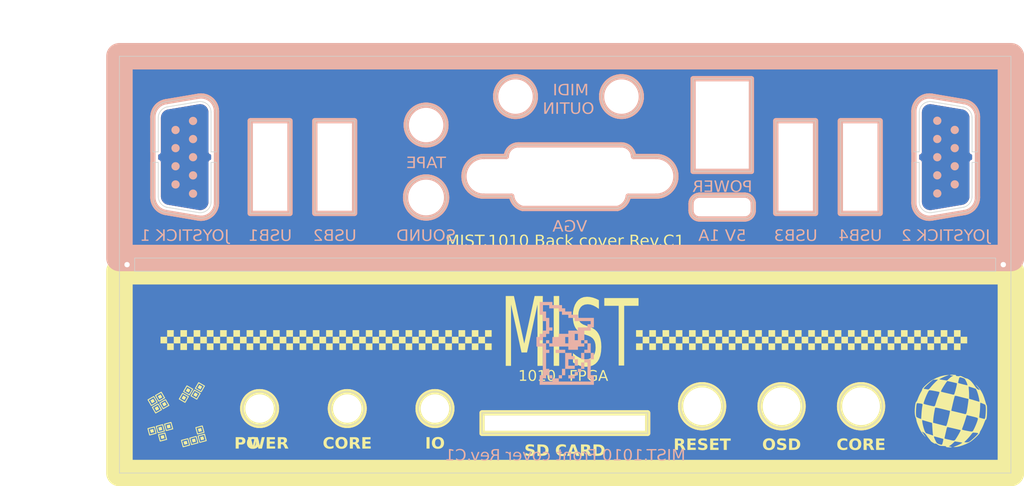
<source format=kicad_pcb>
(kicad_pcb (version 20240108) (generator "pcbnew") (generator_version "8.0")
  (title_block (title "MIST.1010 (covers)") (date "2025-05-18") (rev "C1") (company "Eugene Lozovoy") (comment 2 "Thickness: 1.6mm") (comment 3 "Layers: 2") (comment 4 "Dimensions: 134.6x63mm"))
  (layers (0 "F.Cu" signal) (31 "B.Cu" signal) (34 "B.Paste" user) (35 "F.Paste" user) (36 "B.SilkS" user "B.Silkscreen") (37 "F.SilkS" user "F.Silkscreen") (38 "B.Mask" user) (39 "F.Mask" user) (44 "Edge.Cuts" user))
  (net 0 "")
  (net 1 "com")
  (footprint "LOGO" (layer "F.Cu") (at 202.7 114.6)
    (property "Reference" "G***" (hide yes))
    (property "Value" "LOGO" (hide yes))
  )
  (footprint "mygraphic:black-mage-12.5x8.6" (layer "B.Cu") (at 144.5 104.4 180)
    (property "Reference" "G***" (hide yes))
    (property "Value" "LOGO" (hide yes))
  )
  (gr_line (start 84.215403 67.877685) (end 89.141803 67.039485) (stroke (width 0.8)) (layer "B.SilkS"))
  (gr_rect (start 96.95 70.75) (end 102.95 84.75) (stroke (width 0.8)) (fill none) (layer "B.SilkS"))
  (gr_circle (center 88.310009 81.769983) (end 87.810009 81.769983) (stroke (width 0.25)) (fill solid) (layer "B.SilkS"))
  (gr_arc (start 199.857877 85.460511) (mid 197.971072 84.932285) (end 197.14969 83.153412) (stroke (width 0.8)) (layer "B.SilkS"))
  (gr_arc (start 204.784277 67.877681) (mid 206.191688 68.669426) (end 206.74969 70.18478) (stroke (width 0.8)) (layer "B.SilkS"))
  (gr_rect (start 163.819 64.4) (end 172.619 78.4) (stroke (width 0.8)) (fill none) (layer "B.SilkS"))
  (gr_line (start 132.217828 76.15) (end 135.617828 76.15) (stroke (width 0.8)) (layer "B.SilkS"))
  (gr_arc (start 84.215422 84.622298) (mid 82.808018 83.830548) (end 82.250009 82.315199) (stroke (width 0.8)) (layer "B.SilkS"))
  (gr_line (start 172.899 84.3) (end 172.899 83.3) (stroke (width 0.8)) (layer "B.SilkS"))
  (gr_line (start 132.217828 82.15) (end 136.417828 82.15) (stroke (width 0.8)) (layer "B.SilkS"))
  (gr_circle (center 153 67.1) (end 156 67.1) (stroke (width 0.8)) (fill none) (layer "B.SilkS"))
  (gr_circle (center 88.310009 76.259983) (end 87.810009 76.259983) (stroke (width 0.25)) (fill solid) (layer "B.SilkS"))
  (gr_line (start 154.817828 76.15) (end 158.217828 76.15) (stroke (width 0.8)) (layer "B.SilkS"))
  (gr_circle (center 85.670009 77.629983) (end 85.170009 77.629983) (stroke (width 0.25)) (fill solid) (layer "B.SilkS"))
  (gr_arc (start 82.250009 70.184767) (mid 82.807922 68.669337) (end 84.215422 67.877668) (stroke (width 0.8)) (layer "B.SilkS"))
  (gr_line (start 163.499 84.3) (end 163.499 83.3) (stroke (width 0.8)) (layer "B.SilkS"))
  (gr_rect (start 106.7 70.75) (end 112.7 84.75) (stroke (width 0.8)) (fill none) (layer "B.SilkS"))
  (gr_circle (center 200.68 73.51) (end 201.18 73.51) (stroke (width 0.25)) (fill solid) (layer "B.SilkS"))
  (gr_arc (start 138.053367 84) (mid 136.953364 83.324516) (end 136.417828 82.15) (stroke (width 0.8)) (layer "B.SilkS"))
  (gr_line (start 204.784277 84.622311) (end 199.857877 85.460511) (stroke (width 0.8)) (layer "B.SilkS"))
  (gr_line (start 137.492828 74.4) (end 152.907172 74.4) (stroke (width 0.8)) (layer "B.SilkS"))
  (gr_circle (center 200.68 70.75) (end 201.18 70.75) (stroke (width 0.25)) (fill solid) (layer "B.SilkS"))
  (gr_arc (start 199.48649 67.00978) (mid 199.672777 67.017215) (end 199.857877 67.039481) (stroke (width 0.8)) (layer "B.SilkS"))
  (gr_line (start 171.599 85.6) (end 164.799 85.6) (stroke (width 0.8)) (layer "B.SilkS"))
  (gr_line (start 89.141803 85.460515) (end 84.215403 84.622315) (stroke (width 0.8)) (layer "B.SilkS"))
  (gr_circle (center 203.32 77.63) (end 203.82 77.63) (stroke (width 0.25)) (fill solid) (layer "B.SilkS"))
  (gr_circle (center 85.670009 80.379983) (end 85.170009 80.379983) (stroke (width 0.25)) (fill solid) (layer "B.SilkS"))
  (gr_circle (center 123.5 71.4) (end 126.5 71.4) (stroke (width 0.8)) (fill none) (layer "B.SilkS"))
  (gr_line (start 199.857877 67.039481) (end 204.784277 67.877681) (stroke (width 0.8)) (layer "B.SilkS"))
  (gr_arc (start 152.907172 74.4) (mid 154.216898 74.888067) (end 154.817828 76.15) (stroke (width 0.8)) (layer "B.SilkS"))
  (gr_arc (start 158.217828 76.15) (mid 161.217828 79.15) (end 158.217828 82.15) (stroke (width 0.8)) (layer "B.SilkS"))
  (gr_arc (start 89.141803 67.039485) (mid 91.028623 67.567694) (end 91.84999 69.346584) (stroke (width 0.8)) (layer "B.SilkS"))
  (gr_arc (start 89.51319 85.490216) (mid 89.326904 85.482777) (end 89.141803 85.460515) (stroke (width 0.8)) (layer "B.SilkS"))
  (gr_arc (start 163.499 83.3) (mid 163.879761 82.380761) (end 164.799 82) (stroke (width 0.8)) (layer "B.SilkS"))
  (gr_arc (start 206.74969 82.315212) (mid 206.191714 83.830587) (end 204.784277 84.622311) (stroke (width 0.8)) (layer "B.SilkS"))
  (gr_line (start 206.74969 70.18478) (end 206.74969 82.315212) (stroke (width 0.8)) (layer "B.SilkS"))
  (gr_line (start 164.799 82) (end 171.599 82) (stroke (width 0.8)) (layer "B.SilkS"))
  (gr_circle (center 203.32 72.14) (end 203.82 72.14) (stroke (width 0.25)) (fill solid) (layer "B.SilkS"))
  (gr_arc (start 164.799 85.6) (mid 163.879761 85.219239) (end 163.499 84.3) (stroke (width 0.8)) (layer "B.SilkS"))
  (gr_arc (start 135.617827 76.15) (mid 136.196074 74.890085) (end 137.492828 74.4) (stroke (width 0.8)) (layer "B.SilkS"))
  (gr_arc (start 154.017828 82.15) (mid 153.496284 83.315825) (end 152.417831 83.999999) (stroke (width 0.8)) (layer "B.SilkS"))
  (gr_circle (center 203.32 80.37) (end 203.82 80.37) (stroke (width 0.25)) (fill solid) (layer "B.SilkS"))
  (gr_arc (start 132.217828 82.15) (mid 129.217828 79.15) (end 132.217828 76.15) (stroke (width 0.8)) (layer "B.SilkS"))
  (gr_rect (start 186.05 70.75) (end 192.05 84.75) (stroke (width 0.8)) (fill none) (layer "B.SilkS"))
  (gr_circle (center 200.68 81.74) (end 201.18 81.74) (stroke (width 0.25)) (fill solid) (layer "B.SilkS"))
  (gr_circle (center 88.310009 73.519983) (end 87.810009 73.519983) (stroke (width 0.25)) (fill solid) (layer "B.SilkS"))
  (gr_line (start 91.84999 69.346584) (end 91.84999 83.153416) (stroke (width 0.8)) (layer "B.SilkS"))
  (gr_circle (center 123.5 82.35) (end 126.6 82.35) (stroke (width 0.8)) (fill none) (layer "B.SilkS"))
  (gr_arc (start 197.14969 69.34658) (mid 197.83413 67.69422) (end 199.48649 67.00978) (stroke (width 0.8)) (layer "B.SilkS"))
  (gr_circle (center 200.68 76.26) (end 201.18 76.26) (stroke (width 0.25)) (fill solid) (layer "B.SilkS"))
  (gr_circle (center 85.670009 72.149983) (end 85.170009 72.149983) (stroke (width 0.25)) (fill solid) (layer "B.SilkS"))
  (gr_circle (center 88.310009 79.009983) (end 87.810009 79.009983) (stroke (width 0.25)) (fill solid) (layer "B.SilkS"))
  (gr_line (start 197.14969 83.153412) (end 197.14969 69.34658) (stroke (width 0.8)) (layer "B.SilkS"))
  (gr_rect (start 77.2 61) (end 211.8 91.5) (stroke (width 4)) (fill none) (layer "B.SilkS"))
  (gr_line (start 154.017828 82.15) (end 158.217828 82.15) (stroke (width 0.8)) (layer "B.SilkS"))
  (gr_line (start 82.24999 82.315216) (end 82.24999 70.184784) (stroke (width 0.8)) (layer "B.SilkS"))
  (gr_arc (start 91.84999 83.153416) (mid 91.165537 84.805763) (end 89.51319 85.490216) (stroke (width 0.8)) (layer "B.SilkS"))
  (gr_circle (center 203.32 74.89) (end 203.82 74.89) (stroke (width 0.25)) (fill solid) (layer "B.SilkS"))
  (gr_arc (start 172.899 84.3) (mid 172.518239 85.219239) (end 171.599 85.6) (stroke (width 0.8)) (layer "B.SilkS"))
  (gr_circle (center 85.670009 74.889983) (end 85.170009 74.889983) (stroke (width 0.25)) (fill solid) (layer "B.SilkS"))
  (gr_circle (center 88.310009 70.779983) (end 87.810009 70.779983) (stroke (width 0.25)) (fill solid) (layer "B.SilkS"))
  (gr_line (start 138.053367 84) (end 152.417831 83.999999) (stroke (width 0.8)) (layer "B.SilkS"))
  (gr_arc (start 171.599 82) (mid 172.518239 82.380761) (end 172.899 83.3) (stroke (width 0.8)) (layer "B.SilkS"))
  (gr_rect (start 176.3 70.75) (end 182.3 84.75) (stroke (width 0.8)) (fill none) (layer "B.SilkS"))
  (gr_circle (center 200.68 79) (end 201.18 79) (stroke (width 0.25)) (fill solid) (layer "B.SilkS"))
  (gr_circle (center 137 67.1) (end 140 67.1) (stroke (width 0.8)) (fill none) (layer "B.SilkS"))
  (gr_poly (pts (xy 82.728114 117.989269) (xy 81.762191 118.248087) (xy 81.503372 117.282159) (xy 82.469296 117.023339)) (stroke (width 0.15)) (fill none) (layer "F.SilkS"))
  (gr_rect (start 160.2 103.4) (end 161.2 104.4) (fill solid) (layer "F.SilkS"))
  (gr_poly (pts (xy 82.170045 114.055778) (xy 83.036071 113.555777) (xy 83.536071 114.421803) (xy 82.670046 114.921803)) (stroke (width 0.15)) (fill none) (layer "F.SilkS"))
  (gr_poly (pts (xy 89.255035 110.684467) (xy 89.688048 110.934467) (xy 89.438049 111.367479) (xy 89.005036 111.117479)) (fill solid) (layer "F.SilkS"))
  (gr_rect (start 170.2 103.4) (end 171.2 104.4) (fill solid) (layer "F.SilkS"))
  (gr_poly (pts (xy 89.163529 110.34296) (xy 90.029554 110.84296) (xy 89.529554 111.708985) (xy 88.663529 111.208985)) (stroke (width 0.15)) (fill none) (layer "F.SilkS"))
  (gr_rect (start 77.2 93.5) (end 211.8 124) (stroke (width 4)) (fill none) (layer "F.SilkS"))
  (gr_poly (pts (xy 86.737696 111.944627) (xy 87.603721 112.444627) (xy 87.103721 113.310652) (xy 86.237696 112.810652)) (stroke (width 0.15)) (fill none) (layer "F.SilkS"))
  (gr_rect (start 87.4 103.4) (end 88.4 104.4) (fill solid) (layer "F.SilkS"))
  (gr_rect (start 192.2 103.4) (end 193.2 104.4) (fill solid) (layer "F.SilkS"))
  (gr_rect (start 117.4 103.4) (end 118.4 104.4) (fill solid) (layer "F.SilkS"))
  (gr_rect (start 90.4 104.4) (end 91.4 105.4) (fill solid) (layer "F.SilkS"))
  (gr_rect (start 201.2 102.4) (end 202.2 103.4) (fill solid) (layer "F.SilkS"))
  (gr_rect (start 158.2 103.4) (end 159.2 104.4) (fill solid) (layer "F.SilkS"))
  (gr_rect (start 90.4 102.4) (end 91.4 103.4) (fill solid) (layer "F.SilkS"))
  (gr_circle (center 98.36 114.25) (end 100.91 114.25) (stroke (width 0.8)) (fill none) (layer "F.SilkS"))
  (gr_rect (start 101.4 103.4) (end 102.4 104.4) (fill solid) (layer "F.SilkS"))
  (gr_rect (start 112.4 104.4) (end 113.4 105.4) (fill solid) (layer "F.SilkS"))
  (gr_rect (start 111.4 103.4) (end 112.4 104.4) (fill solid) (layer "F.SilkS"))
  (gr_rect (start 98.4 102.4) (end 99.4 103.4) (fill solid) (layer "F.SilkS"))
  (gr_rect (start 179.2 102.4) (end 180.2 103.4) (fill solid) (layer "F.SilkS"))
  (gr_rect (start 191.2 104.4) (end 192.2 105.4) (fill solid) (layer "F.SilkS"))
  (gr_rect (start 95.4 103.4) (end 96.4 104.4) (fill solid) (layer "F.SilkS"))
  (gr_circle (center 124.8375 114.25) (end 127.3875 114.25) (stroke (width 0.8)) (fill none) (layer "F.SilkS"))
  (gr_poly (pts (xy 86.829202 112.286133) (xy 87.262215 112.536132) (xy 87.012214 112.969145) (xy 86.579203 112.719146)) (fill solid) (layer "F.SilkS"))
  (gr_poly (pts (xy 89.044977 117.313966) (xy 89.52794 117.184556) (xy 89.657349 117.667519) (xy 89.174386 117.796929)) (fill solid) (layer "F.SilkS"))
  (gr_rect (start 165.2 102.4) (end 166.2 103.4) (fill solid) (layer "F.SilkS"))
  (gr_rect (start 84.4 104.4) (end 85.4 105.4) (fill solid) (layer "F.SilkS"))
  (gr_rect (start 157.2 102.4) (end 158.2 103.4) (fill solid) (layer "F.SilkS"))
  (gr_rect (start 120.4 102.4) (end 121.4 103.4) (fill solid) (layer "F.SilkS"))
  (gr_poly (pts (xy 89.075255 118.392893) (xy 90.041181 118.134074) (xy 90.3 119.1) (xy 89.334074 119.358819)) (stroke (width 0.15)) (fill none) (layer "F.SilkS"))
  (gr_rect (start 179.2 104.4) (end 180.2 105.4) (fill solid) (layer "F.SilkS"))
  (gr_rect (start 106.4 102.4) (end 107.4 103.4) (fill solid) (layer "F.SilkS"))
  (gr_rect (start 130.4 102.4) (end 131.4 103.4) (fill solid) (layer "F.SilkS"))
  (gr_rect (start 169.2 102.4) (end 170.2 103.4) (fill solid) (layer "F.SilkS"))
  (gr_rect (start 86.4 102.4) (end 87.4 103.4) (fill solid) (layer "F.SilkS"))
  (gr_rect (start 175.2 102.4) (end 176.2 103.4) (fill solid) (layer "F.SilkS"))
  (gr_rect (start 204.2 103.4) (end 205.2 104.4) (fill solid) (layer "F.SilkS"))
  (gr_rect (start 102.4 104.4) (end 103.4 105.4) (fill solid) (layer "F.SilkS"))
  (gr_rect (start 182.2 103.4) (end 183.2 104.4) (fill solid) (layer "F.SilkS"))
  (gr_rect (start 121.4 103.4) (end 122.4 104.4) (fill solid) (layer "F.SilkS"))
  (gr_rect (start 195.2 104.4) (end 196.2 105.4) (fill solid) (layer "F.SilkS"))
  (gr_rect (start 84.4 102.4) (end 85.4 103.4) (fill solid) (layer "F.SilkS"))
  (gr_rect (start 127.4 103.4) (end 128.4 104.4) (fill solid) (layer "F.SilkS"))
  (gr_poly (pts (xy 82.511552 114.147284) (xy 82.944565 113.897284) (xy 83.194565 114.330297) (xy 82.761552 114.580297)) (fill solid) (layer "F.SilkS"))
  (gr_poly (pts (xy 82.42193 117.812488) (xy 81.938968 117.941899) (xy 81.809556 117.458935) (xy 82.29252 117.329524)) (fill solid) (layer "F.SilkS"))
  (gr_poly (pts (xy 87.479203 111.160299) (xy 87.912215 111.4103) (xy 87.662215 111.843313) (xy 87.229202 111.593312)) (fill solid) (layer "F.SilkS"))
  (gr_rect (start 195.2 102.4) (end 196.2 103.4) (fill solid) (layer "F.SilkS"))
  (gr_rect (start 177.2 104.4) (end 178.2 105.4) (fill solid) (layer "F.SilkS"))
  (gr_rect (start 157.2 104.4) (end 158.2 105.4) (fill solid) (layer "F.SilkS"))
  (gr_poly (pts (xy 87.819552 118.729357) (xy 88.785477 118.470538) (xy 89.044296 119.436464) (xy 88.078371 119.695283)) (stroke (width 0.15)) (fill none) (layer "F.SilkS"))
  (gr_rect (start 183.2 102.4) (end 184.2 103.4) (fill solid) (layer "F.SilkS"))
  (gr_poly (pts (xy 88.513529 111.468793) (xy 89.379555 111.968793) (xy 88.879554 112.834819) (xy 88.013529 112.334819)) (stroke (width 0.15)) (fill none) (layer "F.SilkS"))
  (gr_rect (start 162.2 103.4) (end 163.2 104.4) (fill solid) (layer "F.SilkS"))
  (gr_poly (pts (xy 84.014779 116.609231) (xy 84.980705 116.350413) (xy 85.239524 117.316337) (xy 84.273598 117.575156)) (stroke (width 0.15)) (fill none) (layer "F.SilkS"))
  (gr_rect (start 126.4 104.4) (end 127.4 105.4) (fill solid) (layer "F.SilkS"))
  (gr_poly (pts (xy 83.677634 117.476025) (xy 83.19467 117.605436) (xy 83.065263 117.122472) (xy 83.548225 116.993063)) (fill solid) (layer "F.SilkS"))
  (gr_rect (start 122.4 104.4) (end 123.4 105.4) (fill solid) (layer "F.SilkS"))
  (gr_rect (start 155.2 104.4) (end 156.2 105.4) (fill solid) (layer "F.SilkS"))
  (gr_rect (start 114.4 104.4) (end 115.4 105.4) (fill solid) (layer "F.SilkS"))
  (gr_rect (start 161.2 104.4) (end 162.2 105.4) (fill solid) (layer "F.SilkS"))
  (gr_rect (start 105.4 103.4) (end 106.4 104.4) (fill solid) (layer "F.SilkS"))
  (gr_rect (start 186.2 103.4) (end 187.2 104.4) (fill solid) (layer "F.SilkS"))
  (gr_rect (start 155.2 102.4) (end 156.2 103.4) (fill solid) (layer "F.SilkS"))
  (gr_rect (start 193.2 104.4) (end 194.2 105.4) (fill solid) (layer "F.SilkS"))
  (gr_poly (pts (xy 81.520046 112.929945) (xy 82.386072 112.429945) (xy 82.886072 113.29597) (xy 82.020046 113.79597)) (stroke (width 0.15)) (fill none) (layer "F.SilkS"))
  (gr_circle (center 111.6 114.25) (end 114.15 114.25) (stroke (width 0.8)) (fill none) (layer "F.SilkS"))
  (gr_rect (start 166.2 103.4) (end 167.2 104.4) (fill solid) (layer "F.SilkS"))
  (gr_rect (start 163.2 104.4) (end 164.2 105.4) (fill solid) (layer "F.SilkS"))
  (gr_rect (start 156.2 103.4) (end 157.2 104.4) (fill solid) (layer "F.SilkS"))
  (gr_rect (start 173.2 104.4) (end 174.2 105.4) (fill solid) (layer "F.SilkS"))
  (gr_rect (start 164.2 103.4) (end 165.2 104.4) (fill solid) (layer "F.SilkS"))
  (gr_poly (pts (xy 87.387696 110.818793) (xy 88.253722 111.318793) (xy 87.753722 112.184819) (xy 86.887696 111.684819)) (stroke (width 0.15)) (fill none) (layer "F.SilkS"))
  (gr_rect (start 93.4 103.4) (end 94.4 104.4) (fill solid) (layer "F.SilkS"))
  (gr_rect (start 180.2 103.4) (end 181.2 104.4) (fill solid) (layer "F.SilkS"))
  (gr_rect (start 176.2 103.4) (end 177.2 104.4) (fill solid) (layer "F.SilkS"))
  (gr_rect (start 190.2 103.4) (end 191.2 104.4) (fill solid) (layer "F.SilkS"))
  (gr_rect (start 132.4 102.4) (end 133.4 103.4) (fill solid) (layer "F.SilkS"))
  (gr_rect (start 96.4 104.4) (end 97.4 105.4) (fill solid) (layer "F.SilkS"))
  (gr_rect (start 163.2 102.4) (end 164.2 103.4) (fill solid) (layer "F.SilkS"))
  (gr_rect (start 109.4 103.4) (end 110.4 104.4) (fill solid) (layer "F.SilkS"))
  (gr_rect (start 159.2 102.4) (end 160.2 103.4) (fill solid) (layer "F.SilkS"))
  (gr_rect (start 124.4 104.4) (end 125.4 105.4) (fill solid) (layer "F.SilkS"))
  (gr_rect (start 103.4 103.4) (end 104.4 104.4) (fill solid) (layer "F.SilkS"))
  (gr_rect (start 187.2 104.4) (end 188.2 105.4) (fill solid) (layer "F.SilkS"))
  (gr_rect (start 124.4 102.4) (end 125.4 103.4) (fill solid) (layer "F.SilkS"))
  (gr_rect (start 83.4 103.4) (end 84.4 104.4) (fill solid) (layer "F.SilkS"))
  (gr_rect (start 108.4 104.4) (end 109.4 105.4) (fill solid) (layer "F.SilkS"))
  (gr_rect (start 174.2 103.4) (end 175.2 104.4) (fill solid) (layer "F.SilkS"))
  (gr_rect (start 104.4 102.4) (end 105.4 103.4) (fill solid) (layer "F.SilkS"))
  (gr_rect (start 159.2 104.4) (end 160.2 105.4) (fill solid) (layer "F.SilkS"))
  (gr_rect (start 118.4 102.4) (end 119.4 103.4) (fill solid) (layer "F.SilkS"))
  (gr_rect (start 112.4 102.4) (end 113.4 103.4) (fill solid) (layer "F.SilkS"))
  (gr_rect (start 131.4 103.4) (end 132.4 104.4) (fill solid) (layer "F.SilkS"))
  (gr_rect (start 203.2 102.4) (end 204.2 103.4) (fill solid) (layer "F.SilkS"))
  (gr_rect (start 197.2 104.4) (end 198.2 105.4) (fill solid) (layer "F.SilkS"))
  (gr_poly (pts (xy 83.98382 117.652801) (xy 83.017894 117.91162) (xy 82.759073 116.945694) (xy 83.725001 116.686876)) (stroke (width 0.15)) (fill none) (layer "F.SilkS"))
  (gr_rect (start 130.4 104.4) (end 131.4 105.4) (fill solid) (layer "F.SilkS"))
  (gr_rect (start 116.4 104.4) (end 117.4 105.4) (fill solid) (layer "F.SilkS"))
  (gr_rect (start 188.2 103.4) (end 189.2 104.4) (fill solid) (layer "F.SilkS"))
  (gr_poly (pts (xy 82.645878 112.279945) (xy 83.511904 111.779945) (xy 84.011904 112.64597) (xy 83.145878 113.14597)) (stroke (width 0.15)) (fill none) (layer "F.SilkS"))
  (gr_rect (start 178.2 103.4) (end 179.2 104.4) (fill solid) (layer "F.SilkS"))
  (gr_rect (start 99.4 103.4) (end 100.4 104.4) (fill solid) (layer "F.SilkS"))
  (gr_rect (start 199.2 104.4) (end 200.2 105.4) (fill solid) (layer "F.SilkS"))
  (gr_rect (start 181.2 102.4) (end 182.2 103.4) (fill solid) (layer "F.SilkS"))
  (gr_rect (start 198.2 103.4) (end 199.2 104.4) (fill solid) (layer "F.SilkS"))
  (gr_rect (start 92.4 104.4) (end 93.4 105.4) (fill solid) (layer "F.SilkS"))
  (gr_rect (start 91.4 103.4) (end 92.4 104.4) (fill solid) (layer "F.SilkS"))
  (gr_rect (start 125.4 103.4) (end 126.4 104.4) (fill solid) (layer "F.SilkS"))
  (gr_rect (start 100.4 102.4) (end 101.4 103.4) (fill solid) (layer "F.SilkS"))
  (gr_rect (start 88.4 102.4) (end 89.4 103.4) (fill solid) (layer "F.SilkS"))
  (gr_poly (pts (xy 83.637385 113.497284) (xy 84.070398 113.247284) (xy 84.320398 113.680297) (xy 83.887385 113.930296)) (fill solid) (layer "F.SilkS"))
  (gr_rect (start 189.2 102.4) (end 190.2 103.4) (fill solid) (layer "F.SilkS"))
  (gr_rect (start 197.2 102.4) (end 198.2 103.4) (fill solid) (layer "F.SilkS"))
  (gr_rect (start 116.4 102.4) (end 117.4 103.4) (fill solid) (layer "F.SilkS"))
  (gr_rect (start 202.2 103.4) (end 203.2 104.4) (fill solid) (layer "F.SilkS"))
  (gr_rect (start 122.4 102.4) (end 123.4 103.4) (fill solid) (layer "F.SilkS"))
  (gr_rect (start 171.2 104.4) (end 172.2 105.4) (fill solid) (layer "F.SilkS"))
  (gr_rect (start 167.2 104.4) (end 168.2 105.4) (fill solid) (layer "F.SilkS"))
  (gr_rect (start 94.4 104.4) (end 95.4 105.4) (fill solid) (layer "F.SilkS"))
  (gr_circle (center 177.175 113.9) (end 180.425 113.9) (stroke (width 0.8)) (fill none) (layer "F.SilkS"))
  (gr_rect (start 106.4 104.4) (end 107.4 105.4) (fill solid) (layer "F.SilkS"))
  (gr_rect (start 128.4 104.4) (end 129.4 105.4) (fill solid) (layer "F.SilkS"))
  (gr_rect (start 94.4 102.4) (end 95.4 103.4) (fill solid) (layer "F.SilkS"))
  (gr_rect (start 169.2 104.4) (end 170.2 105.4) (fill solid) (layer "F.SilkS"))
  (gr_rect (start 184.2 103.4) (end 185.2 104.4) (fill solid) (layer "F.SilkS"))
  (gr_rect (start 168.2 103.4) (end 169.2 104.4) (fill solid) (layer "F.SilkS"))
  (gr_rect (start 97.4 103.4) (end 98.4 104.4) (fill solid) (layer "F.SilkS"))
  (gr_poly (pts (xy 89.381441 118.569669) (xy 89.864404 118.44026) (xy 89.993814 118.923223) (xy 89.510851 119.052632)) (fill solid) (layer "F.SilkS"))
  (gr_rect (start 200.2 103.4) (end 201.2 104.4) (fill solid) (layer "F.SilkS"))
  (gr_rect (start 119.4 103.4) (end 120.4 104.4) (fill solid) (layer "F.SilkS"))
  (gr_poly (pts (xy 84.320284 118.908507) (xy 83.35436 119.167327) (xy 83.095541 118.201398) (xy 84.061466 117.94258)) (stroke (width 0.15)) (fill none) (layer "F.SilkS"))
  (gr_rect (start 89.4 103.4) (end 90.4 104.4) (fill solid) (layer "F.SilkS"))
  (gr_rect (start 181.2 104.4) (end 182.2 105.4) (fill solid) (layer "F.SilkS"))
  (gr_rect (start 92.4 102.4) (end 93.4 103.4) (fill solid) (layer "F.SilkS"))
  (gr_rect (start 110.4 102.4) (end 111.4 103.4) (fill solid) (layer "F.SilkS"))
  (gr_rect (start 167.2 102.4) (end 168.2 103.4) (fill solid) (layer "F.SilkS"))
  (gr_circle (center 165.175 113.9) (end 168.425 113.9) (stroke (width 0.8)) (fill none) (layer "F.SilkS"))
  (gr_poly (pts (xy 84.933335 117.139562) (xy 84.450375 117.268969) (xy 84.320964 116.786004) (xy 84.803927 116.656597)) (fill solid) (layer "F.SilkS"))
  (gr_rect (start 102.4 102.4) (end 103.4 103.4) (fill solid) (layer "F.SilkS"))
  (gr_poly (pts (xy 81.861552 113.021451) (xy 82.294565 112.771451) (xy 82.544564 113.204464) (xy 82.111552 113.454464)) (fill solid) (layer "F.SilkS"))
  (gr_rect (start 123.4 103.4) (end 124.4 104.4) (fill solid) (layer "F.SilkS"))
  (gr_rect (start 193.2 102.4) (end 194.2 103.4) (fill solid) (layer "F.SilkS"))
  (gr_rect (start 183.2 104.4) (end 184.2 105.4) (fill solid) (layer "F.SilkS"))
  (gr_rect (start 115.4 103.4) (end 116.4 104.4) (fill solid) (layer "F.SilkS"))
  (gr_rect (start 88.4 104.4) (end 89.4 105.4) (fill solid) (layer "F.SilkS"))
  (gr_rect (start 114.4 102.4) (end 115.4 103.4) (fill solid) (layer "F.SilkS"))
  (gr_rect (start 191.2 102.4) (end 192.2 103.4) (fill solid) (layer "F.SilkS"))
  (gr_poly (pts (xy 86.563848 119.065822) (xy 87.529774 118.807003) (xy 87.788593 119.772929) (xy 86.822667 120.031748)) (stroke (width 0.15)) (fill none) (layer "F.SilkS"))
  (gr_circle (center 189.175 113.9) (end 192.425 113.9) (stroke (width 0.8)) (fill none) (layer "F.SilkS"))
  (gr_poly (pts (xy 84.014099 118.731728) (xy 83.531137 118.861137) (xy 83.401725 118.378177) (xy 83.884689 118.248767)) (fill solid) (layer "F.SilkS"))
  (gr_rect (start 107.4 103.4) (end 108.4 104.4) (fill solid) (layer "F.SilkS"))
  (gr_rect (start 108.4 102.4) (end 109.4 103.4) (fill solid) (layer "F.SilkS"))
  (gr_rect (start 185.2 102.4) (end 186.2 103.4) (fill solid) (layer "F.SilkS"))
  (gr_rect (start 104.4 104.4) (end 105.4 105.4) (fill solid) (layer "F.SilkS"))
  (gr_rect (start 196.2 103.4) (end 197.2 104.4) (fill solid) (layer "F.SilkS"))
  (gr_rect (start 96.4 102.4) (end 97.4 103.4) (fill solid) (layer "F.SilkS"))
  (gr_poly (pts (xy 83.295879 113.405778) (xy 84.161904 112.905778) (xy 84.661904 113.771804) (xy 83.795879 114.271804)) (stroke (width 0.15)) (fill none) (layer "F.SilkS"))
  (gr_rect (start 177.2 102.4) (end 178.2 103.4) (fill solid) (layer "F.SilkS"))
  (gr_rect (start 129.4 103.4) (end 130.4 104.4) (fill solid) (layer "F.SilkS"))
  (gr_rect (start 185.2 104.4) (end 186.2 105.4) (fill solid) (layer "F.SilkS"))
  (gr_rect (start 86.4 104.4) (end 87.4 105.4) (fill solid) (layer "F.SilkS"))
  (gr_rect (start 172.2 103.4) (end 173.2 104.4) (fill solid) (layer "F.SilkS"))
  (gr_rect (start 126.4 102.4) (end 127.4 103.4) (fill solid) (layer "F.SilkS"))
  (gr_rect (start 100.4 104.4) (end 101.4 105.4) (fill solid) (layer "F.SilkS"))
  (gr_rect (start 203.2 104.4) (end 204.2 105.4) (fill solid) (layer "F.SilkS"))
  (gr_rect (start 110.4 104.4) (end 111.4 105.4) (fill solid) (layer "F.SilkS"))
  (gr_poly (pts (xy 88.125738 118.906134) (xy 88.608701 118.776725) (xy 88.73811 119.259688) (xy 88.255147 119.389097)) (fill solid) (layer "F.SilkS"))
  (gr_rect (start 194.2 103.4) (end 195.2 104.4) (fill solid) (layer "F.SilkS"))
  (gr_rect (start 189.2 104.4) (end 190.2 105.4) (fill solid) (layer "F.SilkS"))
  (gr_rect (start 187.2 102.4) (end 188.2 103.4) (fill solid) (layer "F.SilkS"))
  (gr_rect (start 199.2 102.4) (end 200.2 103.4) (fill solid) (layer "F.SilkS"))
  (gr_rect (start 132.4 104.4) (end 133.4 105.4) (fill solid) (layer "F.SilkS"))
  (gr_rect (start 85.4 103.4) (end 86.4 104.4) (fill solid) (layer "F.SilkS"))
  (gr_rect (start 118.4 104.4) (end 119.4 105.4) (fill solid) (layer "F.SilkS"))
  (gr_rect (start 113.4 103.4) (end 114.4 104.4) (fill solid) (layer "F.SilkS"))
  (gr_rect (start 98.4 104.4) (end 99.4 105.4) (fill solid) (layer "F.SilkS"))
  (gr_poly (pts (xy 88.73879 117.137189) (xy 89.704716 116.87837) (xy 89.963535 117.844296) (xy 88.997609 118.103115)) (stroke (width 0.15)) (fill none) (layer "F.SilkS"))
  (gr_rect (start 201.2 104.4) (end 202.2 105.4) (fill solid) (layer "F.SilkS"))
  (gr_rect (start 173.2 102.4) (end 174.2 103.4) (fill solid) (layer "F.SilkS"))
  (gr_rect (start 128.4 102.4) (end 129.4 103.4) (fill solid) (layer "F.SilkS"))
  (gr_rect (start 161.2 102.4) (end 162.2 103.4) (fill solid) (layer "F.SilkS"))
  (gr_rect (start 120.4 104.4) (end 121.4 105.4) (fill solid) (layer "F.SilkS"))
  (gr_poly (pts (xy 88.605035 111.810299) (xy 89.038048 112.0603) (xy 88.788048 112.493313) (xy 88.355036 112.243312)) (fill solid) (layer "F.SilkS"))
  (gr_rect (start 165.2 104.4) (end 166.2 105.4) (fill solid) (layer "F.SilkS"))
  (gr_poly (pts (xy 82.987386 112.371451) (xy 83.420397 112.121451) (xy 83.670398 112.554463) (xy 83.237385 112.804464)) (fill solid) (layer "F.SilkS"))
  (gr_rect (start 131.95 114.9) (end 156.95 118) (stroke (width 0.8)) (fill none) (layer "F.SilkS"))
  (gr_rect (start 175.2 104.4) (end 176.2 105.4) (fill solid) (layer "F.SilkS"))
  (gr_rect (start 171.2 102.4) (end 172.2 103.4) (fill solid) (layer "F.SilkS"))
  (gr_poly (pts (xy 86.870034 119.242599) (xy 87.352997 119.113189) (xy 87.482407 119.596152) (xy 86.999444 119.725562)) (fill solid) (layer "F.SilkS"))
  (gr_arc (start 91.85 83.153416) (mid 91.165567 84.80579) (end 89.51319 85.490216) (stroke (width 0.1)) (layer "Edge.Cuts"))
  (gr_line (start 205.939389 77.049975) (end 205.939389 82.253069) (stroke (width 0.1)) (layer "Edge.Cuts"))
  (gr_line (start 91.84999 77.049996) (end 91.03999 77.049996) (stroke (width 0.1)) (layer "Edge.Cuts"))
  (gr_line (start 171.599 85.6) (end 164.799 85.6) (stroke (width 0.1)) (layer "Edge.Cuts"))
  (gr_line (start 84.331589 83.824808) (end 89.1124 84.629552) (stroke (width 0.1)) (layer "Edge.Cuts"))
  (gr_arc (start 132.217828 82.15) (mid 129.217828 79.15) (end 132.217828 76.15) (stroke (width 0.1)) (layer "Edge.Cuts"))
  (gr_arc (start 84.331589 83.824808) (mid 83.438779 83.246809) (end 83.05968 82.25309) (stroke (width 0.1)) (layer "Edge.Cuts"))
  (gr_rect (start 131.95 114.9) (end 156.95 118) (stroke (width 0.1)) (fill none) (layer "Edge.Cuts"))
  (gr_line (start 83.05968 77.049996) (end 82.24968 77.049996) (stroke (width 0.1)) (layer "Edge.Cuts"))
  (gr_arc (start 206.74968 82.315212) (mid 206.191763 83.830636) (end 204.784267 84.622311) (stroke (width 0.1)) (layer "Edge.Cuts"))
  (gr_line (start 84.215403 67.877685) (end 89.141803 67.039485) (stroke (width 0.1)) (layer "Edge.Cuts"))
  (gr_arc (start 154.017828 82.15) (mid 153.496284 83.315825) (end 152.417831 83.999999) (stroke (width 0.1)) (layer "Edge.Cuts"))
  (gr_circle (center 98.36 114.25) (end 100.91 114.25) (stroke (width 0.1)) (fill none) (layer "Edge.Cuts"))
  (gr_arc (start 152.907172 74.4) (mid 154.216898 74.888067) (end 154.817828 76.15) (stroke (width 0.1)) (layer "Edge.Cuts"))
  (gr_line (start 83.0603 75.450004) (end 83.0603 70.24691) (stroke (width 0.1)) (layer "Edge.Cuts"))
  (gr_arc (start 205.939388 82.253069) (mid 205.560287 83.246781) (end 204.667479 83.824787) (stroke (width 0.1)) (layer "Edge.Cuts"))
  (gr_line (start 204.784286 84.622294) (end 199.857886 85.460494) (stroke (width 0.1)) (layer "Edge.Cuts"))
  (gr_line (start 84.33221 68.675192) (end 89.1124 67.870448) (stroke (width 0.1)) (layer "Edge.Cuts"))
  (gr_circle (center 165.175 113.9) (end 168.425 113.9) (stroke (width 0.1)) (fill none) (layer "Edge.Cuts"))
  (gr_arc (start 84.215422 84.622298) (mid 82.808038 83.83053) (end 82.250009 82.315199) (stroke (width 0.1)) (layer "Edge.Cuts"))
  (gr_circle (center 124.8375 114.25) (end 127.3875 114.25) (stroke (width 0.1)) (fill none) (layer "Edge.Cuts"))
  (gr_circle (center 137 67.1) (end 140 67.1) (stroke (width 0.1)) (fill none) (layer "Edge.Cuts"))
  (gr_line (start 204.6681 68.675171) (end 199.887289 67.870427) (stroke (width 0.1)) (layer "Edge.Cuts"))
  (gr_line (start 197.959699 77.049975) (end 197.959685 83.056929) (stroke (width 0.1)) (layer "Edge.Cuts"))
  (gr_line (start 154.817828 76.15) (end 158.217828 76.15) (stroke (width 0.1)) (layer "Edge.Cuts"))
  (gr_line (start 132.217828 82.15) (end 136.417828 82.15) (stroke (width 0.1)) (layer "Edge.Cuts"))
  (gr_line (start 91.03999 77.049996) (end 91.040004 83.05695) (stroke (width 0.1)) (layer "Edge.Cuts"))
  (gr_line (start 172.899 84.3) (end 172.899 83.3) (stroke (width 0.1)) (layer "Edge.Cuts"))
  (gr_line (start 205.940009 75.449983) (end 205.940009 70.246889) (stroke (width 0.1)) (layer "Edge.Cuts"))
  (gr_line (start 91.84999 75.450004) (end 91.03999 75.450004) (stroke (width 0.1)) (layer "Edge.Cuts"))
  (gr_arc (start 204.784267 67.877681) (mid 206.191642 68.669452) (end 206.74968 70.18478) (stroke (width 0.1)) (layer "Edge.Cuts"))
  (gr_arc (start 138.053367 84) (mid 136.953364 83.324516) (end 136.417828 82.15) (stroke (width 0.1)) (layer "Edge.Cuts"))
  (gr_line (start 83.0603 75.450004) (end 82.2503 75.450004) (stroke (width 0.1)) (layer "Edge.Cuts"))
  (gr_line (start 211.8 124) (end 77.2 124) (stroke (width 0.1)) (layer "Edge.Cuts"))
  (gr_line (start 197.149699 83.153395) (end 197.149699 77.049975) (stroke (width 0.1)) (layer "Edge.Cuts"))
  (gr_line (start 154.017828 82.15) (end 158.217828 82.15) (stroke (width 0.1)) (layer "Edge.Cuts"))
  (gr_line (start 77.2 61) (end 211.8 61) (stroke (width 0.1)) (layer "Edge.Cuts"))
  (gr_arc (start 199.857886 85.460494) (mid 197.971082 84.932265) (end 197.149682 83.153395) (stroke (width 0.1)) (layer "Edge.Cuts"))
  (gr_line (start 204.667479 83.824787) (end 199.887289 84.629531) (stroke (width 0.1)) (layer "Edge.Cuts"))
  (gr_circle (center 153 67.1) (end 156 67.1) (stroke (width 0.1)) (fill none) (layer "Edge.Cuts"))
  (gr_arc (start 197.149689 69.346563) (mid 197.834136 67.694207) (end 199.486499 67.009763) (stroke (width 0.1)) (layer "Edge.Cuts"))
  (gr_line (start 206.749699 70.184763) (end 206.750009 75.449983) (stroke (width 0.1)) (layer "Edge.Cuts"))
  (gr_line (start 77.2 124) (end 77.2 61) (stroke (width 0.1)) (layer "Edge.Cuts"))
  (gr_arc (start 171.599 82) (mid 172.518239 82.380761) (end 172.899 83.3) (stroke (width 0.1)) (layer "Edge.Cuts"))
  (gr_line (start 206.749389 77.049975) (end 206.749699 82.315195) (stroke (width 0.1)) (layer "Edge.Cuts"))
  (gr_arc (start 89.1124 67.870448) (mid 90.432916 68.219511) (end 91.040004 69.44305) (stroke (width 0.1)) (layer "Edge.Cuts"))
  (gr_arc (start 89.51319 85.490216) (mid 89.326903 85.482779) (end 89.141803 85.460515) (stroke (width 0.1)) (layer "Edge.Cuts"))
  (gr_arc (start 135.617829 76.15) (mid 136.196063 74.890057) (end 137.49283 74.399948) (stroke (width 0.1)) (layer "Edge.Cuts"))
  (gr_arc (start 83.060301 70.24691) (mid 83.4394 69.253191) (end 84.33221 68.675192) (stroke (width 0.1)) (layer "Edge.Cuts"))
  (gr_arc (start 164.799 85.6) (mid 163.879761 85.219239) (end 163.499 84.3) (stroke (width 0.1)) (layer "Edge.Cuts"))
  (gr_circle (center 189.175 113.9) (end 192.425 113.9) (stroke (width 0.1)) (fill none) (layer "Edge.Cuts"))
  (gr_arc (start 204.6681 68.675171) (mid 205.560926 69.253165) (end 205.940009 70.246889) (stroke (width 0.1)) (layer "Edge.Cuts"))
  (gr_line (start 91.03999 75.450004) (end 91.040004 69.44305) (stroke (width 0.1)) (layer "Edge.Cuts"))
  (gr_line (start 205.940009 75.449983) (end 206.750009 75.449983) (stroke (width 0.1)) (layer "Edge.Cuts"))
  (gr_line (start 79.5 91.5) (end 79.5 93.5) (stroke (width 0.1)) (layer "Edge.Cuts"))
  (gr_line (start 205.939389 77.049975) (end 206.749389 77.049975) (stroke (width 0.1)) (layer "Edge.Cuts"))
  (gr_line (start 209.5 93.5) (end 209.5 91.5) (stroke (width 0.1)) (layer "Edge.Cuts"))
  (gr_line (start 211.8 61) (end 211.8 124) (stroke (width 0.1)) (layer "Edge.Cuts"))
  (gr_arc (start 158.217828 76.15) (mid 161.217828 79.15) (end 158.217828 82.15) (stroke (width 0.1)) (layer "Edge.Cuts"))
  (gr_arc (start 163.499 83.3) (mid 163.879761 82.380761) (end 164.799 82) (stroke (width 0.1)) (layer "Edge.Cuts"))
  (gr_arc (start 172.899 84.3) (mid 172.518239 85.219239) (end 171.599 85.6) (stroke (width 0.1)) (layer "Edge.Cuts"))
  (gr_arc (start 199.486499 67.009763) (mid 199.672785 67.017205) (end 199.857886 67.039464) (stroke (width 0.1)) (layer "Edge.Cuts"))
  (gr_line (start 83.05968 77.049996) (end 83.05968 82.25309) (stroke (width 0.1)) (layer "Edge.Cuts"))
  (gr_arc (start 82.250009 70.184767) (mid 82.807922 68.669337) (end 84.215422 67.877668) (stroke (width 0.1)) (layer "Edge.Cuts"))
  (gr_arc (start 89.141803 67.039485) (mid 91.028624 67.567698) (end 91.850007 69.346584) (stroke (width 0.1)) (layer "Edge.Cuts"))
  (gr_arc (start 91.040004 83.05695) (mid 90.432914 84.280488) (end 89.1124 84.629552) (stroke (width 0.1)) (layer "Edge.Cuts"))
  (gr_rect (start 186.05 70.75) (end 192.05 84.75) (stroke (width 0.1)) (fill none) (layer "Edge.Cuts"))
  (gr_line (start 197.959699 75.449983) (end 197.959685 69.443029) (stroke (width 0.1)) (layer "Edge.Cuts"))
  (gr_line (start 197.149699 77.049975) (end 197.959699 77.049975) (stroke (width 0.1)) (layer "Edge.Cuts"))
  (gr_circle (center 111.6 114.25) (end 114.15 114.25) (stroke (width 0.1)) (fill none) (layer "Edge.Cuts"))
  (gr_rect (start 176.3 70.75) (end 182.3 84.75) (stroke (width 0.1)) (fill none) (layer "Edge.Cuts"))
  (gr_line (start 89.141803 85.460515) (end 84.215403 84.622315) (stroke (width 0.1)) (layer "Edge.Cuts"))
  (gr_line (start 197.149699 75.449983) (end 197.959699 75.449983) (stroke (width 0.1)) (layer "Edge.Cuts"))
  (gr_line (start 137.492828 74.4) (end 152.907172 74.4) (stroke (width 0.1)) (layer "Edge.Cuts"))
  (gr_line (start 197.149699 75.449983) (end 197.149689 69.346563) (stroke (width 0.1)) (layer "Edge.Cuts"))
  (gr_rect (start 96.95 70.75) (end 102.95 84.75) (stroke (width 0.1)) (fill none) (layer "Edge.Cuts"))
  (gr_rect (start 163.819 64.4) (end 172.619 78.4) (stroke (width 0.1)) (fill none) (layer "Edge.Cuts"))
  (gr_line (start 79.5 93.5) (end 209.5 93.5) (stroke (width 0.1)) (layer "Edge.Cuts"))
  (gr_arc (start 197.959685 69.443029) (mid 198.566786 68.219533) (end 199.887289 67.870427) (stroke (width 0.1)) (layer "Edge.Cuts"))
  (gr_line (start 82.2503 75.450004) (end 82.24999 70.184784) (stroke (width 0.1)) (layer "Edge.Cuts"))
  (gr_rect (start 106.7 70.75) (end 112.7 84.75) (stroke (width 0.1)) (fill none) (layer "Edge.Cuts"))
  (gr_arc (start 199.887289 84.629531) (mid 198.566744 84.280487) (end 197.959685 83.056929) (stroke (width 0.1)) (layer "Edge.Cuts"))
  (gr_line (start 164.799 82) (end 171.599 82) (stroke (width 0.1)) (layer "Edge.Cuts"))
  (gr_line (start 132.217828 76.15) (end 135.617828 76.15) (stroke (width 0.1)) (layer "Edge.Cuts"))
  (gr_line (start 199.857886 67.039464) (end 204.784286 67.877664) (stroke (width 0.1)) (layer "Edge.Cuts"))
  (gr_line (start 91.84999 77.049996) (end 91.85 83.153416) (stroke (width 0.1)) (layer "Edge.Cuts"))
  (gr_line (start 82.24999 82.315216) (end 82.24968 77.049996) (stroke (width 0.1)) (layer "Edge.Cuts"))
  (gr_circle (center 123.5 82.35) (end 126.6 82.35) (stroke (width 0.1)) (fill none) (layer "Edge.Cuts"))
  (gr_circle (center 123.5 71.4) (end 126.5 71.4) (stroke (width 0.1)) (fill none) (layer "Edge.Cuts"))
  (gr_line (start 138.053367 84) (end 152.417831 83.999999) (stroke (width 0.1)) (layer "Edge.Cuts"))
  (gr_line (start 163.499 84.3) (end 163.499 83.3) (stroke (width 0.1)) (layer "Edge.Cuts"))
  (gr_circle (center 177.175 113.9) (end 180.425 113.9) (stroke (width 0.1)) (fill none) (layer "Edge.Cuts"))
  (gr_line (start 209.5 91.5) (end 79.5 91.5) (stroke (width 0.1)) (layer "Edge.Cuts"))
  (gr_line (start 91.84999 69.346584) (end 91.84999 75.450004) (stroke (width 0.1)) (layer "Edge.Cuts"))
  (gr_text "5V 1A" (at 168.219 88.2 0) (layer "B.SilkS") (effects (font (size 1.7 1.75) (thickness 0.2)) (justify mirror)))
  (gr_text "IN" (at 141.1 69 0) (layer "B.SilkS") (effects (font (size 1.7 1.75) (thickness 0.2)) (justify right mirror)))
  (gr_text "USB4" (at 189.05 88.2 0) (layer "B.SilkS") (effects (font (size 1.7 1.75) (thickness 0.2)) (justify mirror)))
  (gr_text "MIDI" (at 142.621661 66.2 0) (layer "B.SilkS") (effects (font (size 1.7 1.75) (thickness 0.2)) (justify right mirror)))
  (gr_text "OUT" (at 148.9 69 0) (layer "B.SilkS") (effects (font (size 1.7 1.75) (thickness 0.2)) (justify left mirror)))
  (gr_text "TAPE" (at 123.5 77.2 0) (layer "B.SilkS") (effects (font (size 1.7 1.75) (thickness 0.2)) (justify mirror)))
  (gr_text "SOUND" (at 123.5 88.2 0) (layer "B.SilkS") (effects (font (size 1.7 1.75) (thickness 0.2)) (justify mirror)))
  (gr_text "USB2" (at 109.7 88.2 0) (layer "B.SilkS") (effects (font (size 1.7 1.75) (thickness 0.2)) (justify mirror)))
  (gr_text "USB1" (at 99.95 88.2 0) (layer "B.SilkS") (effects (font (size 1.7 1.75) (thickness 0.2)) (justify mirror)))
  (gr_text "USB3" (at 179.3 88.2 0) (layer "B.SilkS") (effects (font (size 1.7 1.75) (thickness 0.2)) (justify mirror)))
  (gr_text "MIST.1010 Front cover Rev.${REVISION}" (at 144.5 121.4 0) (layer "B.SilkS") (effects (font (size 1.7 1.75) (thickness 0.14)) (justify mirror)))
  (gr_text "JOYSTICK 1" (at 87.05 88.2 0) (layer "B.SilkS") (effects (font (size 1.7 1.75) (thickness 0.2)) (justify mirror)))
  (gr_text "VGA" (at 145.2 86.8 0) (layer "B.SilkS") (effects (font (size 1.7 1.75) (thickness 0.2)) (justify mirror)))
  (gr_text "JOYSTICK 2" (at 201.95 88.2 0) (layer "B.SilkS") (effects (font (size 1.7 1.75) (thickness 0.2)) (justify mirror)))
  (gr_text "POWER" (at 168.219 80.8 0) (layer "B.SilkS") (effects (font (size 1.7 1.75) (thickness 0.2)) (justify mirror)))
  (gr_text "MI" (at 134.7 103.5 0) (layer "F.SilkS") (effects (font (size 10.35 6) (thickness 0.9) (italic yes)) (justify left)))
  (gr_text "1010" (at 143.1 109.4 0) (layer "F.SilkS") (effects (font (size 1.6 1.6) (thickness 0.22)) (justify right)))
  (gr_text "MIST.1010 Back cover Rev.${REVISION}" (at 144.5 89 0) (layer "F.SilkS") (effects (font (size 1.7 1.75) (thickness 0.14))))
  (gr_text "RESET" (at 165.175 119.8 0) (layer "F.SilkS") (effects (font (size 1.7 1.75) (thickness 0.2) (bold yes))))
  (gr_text "ST" (at 145.1 103.6 0) (layer "F.SilkS") (effects (font (size 10 6) (thickness 0.9)) (justify left)))
  (gr_text "CORE" (at 189.175 119.8 0) (layer "F.SilkS") (effects (font (size 1.7 1.75) (thickness 0.2) (bold yes))))
  (gr_text "OSD" (at 177.175 119.8 0) (layer "F.SilkS") (effects (font (size 1.7 1.75) (thickness 0.2) (bold yes))))
  (gr_text "FPGA" (at 145.1 109.4 0) (layer "F.SilkS") (effects (font (size 1.6 1.6) (thickness 0.22)) (justify left)))
  (gr_text "PO" (at 96.465855 119.6 0) (layer "F.SilkS") (effects (font (size 1.7 1.75) (thickness 0.2) (bold yes))))
  (gr_text "SD CARD" (at 144.45 120.7 0) (layer "F.SilkS") (effects (font (size 1.7 1.75) (thickness 0.2) (bold yes))))
  (gr_text "CORE" (at 111.6 119.6 0) (layer "F.SilkS") (effects (font (size 1.7 1.75) (thickness 0.2) (bold yes))))
  (gr_text "WER" (at 99.642072 119.6 0) (layer "F.SilkS") (effects (font (size 1.7 1.75) (thickness 0.2) (bold yes))))
  (gr_text "IO" (at 124.8375 119.6 0) (layer "F.SilkS") (effects (font (size 1.7 1.75) (thickness 0.2) (bold yes))))
  (via (at 210.65 92.5) (size 1.5) (drill 0.8) (layers "F.Cu" "B.Cu") (net 1))
  (via (at 78.35 92.5) (size 1.5) (drill 0.8) (layers "F.Cu" "B.Cu") (net 1))
  (zone (net 1) (net_name "com") (layers "F.Cu" "B.Cu") (connect_pads (clearance 0.508)) (min_thickness 0.254) (fill yes (thermal_gap 0.508) (thermal_bridge_width 0.508) (island_removal_mode 1) (island_area_min 0))
    (polygon (pts (xy 212 124.2) (xy 77 124.2) (xy 77 60.8) (xy 212 60.8)))
  )
  (zone (net 0) (net_name "") (layers "F.Cu" "B.Cu" "Edge.Cuts") (connect_pads (clearance 0)) (min_thickness 0.25)
    (keepout (tracks allowed) (vias allowed) (pads allowed) (copperpour not_allowed) (footprints allowed))
    (fill (thermal_gap 0.5) (thermal_bridge_width 0.5))
    (polygon (pts (xy 91.03999 75.450004) (xy 91.84999 75.450004) (xy 91.84999 77.049996) (xy 91.03999 77.049996)))
  )
  (zone (net 0) (net_name "") (layers "F.Cu" "B.Cu" "Edge.Cuts") (connect_pads (clearance 0)) (min_thickness 0.25)
    (keepout (tracks allowed) (vias allowed) (pads allowed) (copperpour not_allowed) (footprints allowed))
    (fill (thermal_gap 0.5) (thermal_bridge_width 0.5))
    (polygon (pts (xy 197.149699 75.449983) (xy 197.959699 75.449983) (xy 197.959699 77.049975) (xy 197.149699 77.049975)))
  )
  (zone (net 0) (net_name "") (layers "F.Cu" "B.Cu" "Edge.Cuts") (connect_pads (clearance 0)) (min_thickness 0.25)
    (keepout (tracks allowed) (vias allowed) (pads allowed) (copperpour not_allowed) (footprints allowed))
    (fill (thermal_gap 0.5) (thermal_bridge_width 0.5))
    (polygon (pts (xy 205.940009 75.449983) (xy 206.750009 75.449983) (xy 206.749389 77.049975) (xy 205.939389 77.049975)))
  )
  (zone (net 0) (net_name "") (layers "F.Cu" "B.Cu" "Edge.Cuts") (connect_pads (clearance 0)) (min_thickness 0.25)
    (keepout (tracks allowed) (vias allowed) (pads allowed) (copperpour not_allowed) (footprints allowed))
    (fill (thermal_gap 0.5) (thermal_bridge_width 0.5))
    (polygon (pts (xy 82.2503 75.450004) (xy 83.0603 75.450004) (xy 83.05968 77.049996) (xy 82.24968 77.049996)))
  )
)
</source>
